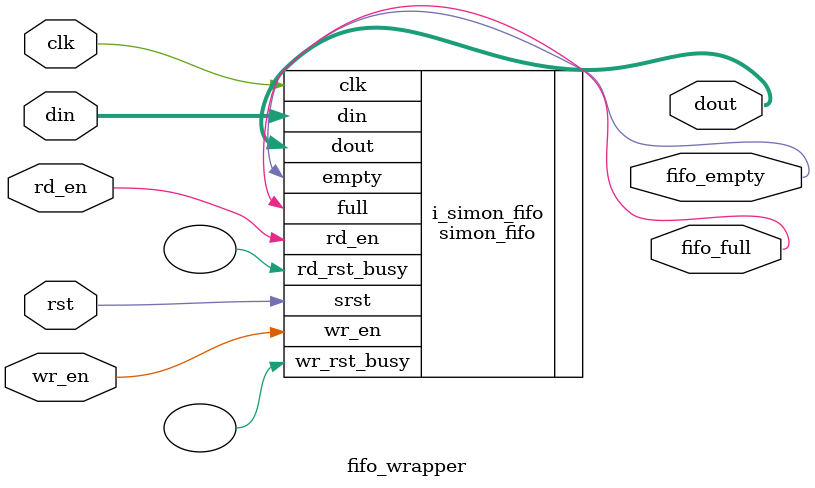
<source format=sv>
`timescale 1ns / 1ps


module fifo_wrapper(
  input  wire         clk       ,
  input  wire         rst       ,
                                
  input  wire  [ 7:0] din       , 
  input  wire         wr_en     ,
                                
  output logic [ 7:0] dout      ,
  input  wire         rd_en     ,

  output logic        fifo_full ,
  output logic        fifo_empty
);
 
   // FIFO_SYNC_MACRO: Synchronous First-In, First-Out (FIFO) RAM Buffer
   //                  Kintex-7
   // Xilinx HDL Language Template, version 2022.2

   /////////////////////////////////////////////////////////////////
   // DATA_WIDTH | FIFO_SIZE | FIFO Depth | RDCOUNT/WRCOUNT Width //
   // ===========|===========|============|=======================//
   //   37-72    |  "36Kb"   |     512    |         9-bit         //
   //   19-36    |  "36Kb"   |    1024    |        10-bit         //
   //   19-36    |  "18Kb"   |     512    |         9-bit         //
   //   10-18    |  "36Kb"   |    2048    |        11-bit         //
   //   10-18    |  "18Kb"   |    1024    |        10-bit         //
   //    5-9     |  "36Kb"   |    4096    |        12-bit         //
   //    5-9     |  "18Kb"   |    2048    |        11-bit         //
   //    1-4     |  "36Kb"   |    8192    |        13-bit         //
   //    1-4     |  "18Kb"   |    4096    |        12-bit         //
   /////////////////////////////////////////////////////////////////

   simon_fifo i_simon_fifo (
      .clk         ( clk        ),     // 1-bit input clock
      .srst        ( rst        ),     // 1-bit input reset

      .din         ( din        ),     // Input data, width defined by DATA_WIDTH parameter
      .wr_en       ( wr_en      ),     // 1-bit input write enable

      .dout        ( dout       ),     // Output data, width defined by DATA_WIDTH parameter
      .rd_en       ( rd_en      ),     // 1-bit input read enable

      .empty       ( fifo_empty ),     // 1-bit output empty
      .full        ( fifo_full  ),
      
      .wr_rst_busy ( ),
      .rd_rst_busy ( )      // 1-bit output full
    );

endmodule

</source>
